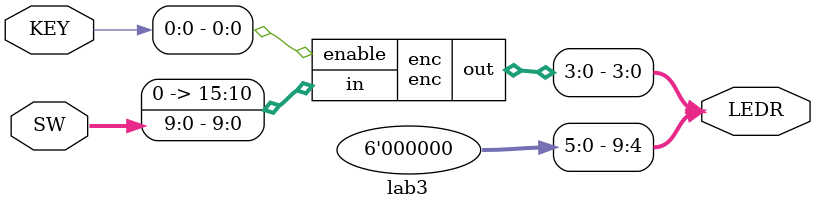
<source format=v>
module b6_4bit_dec_case (
  input [3:0] binary_in,
  output reg [15:0] decoder_out,
  input enable
);

always @ (*)
begin
  decoder_out = 0;
  if (enable) begin
    case (binary_in)
      4'h0 : decoder_out = 16'h1;
      4'h1 : decoder_out = 16'h2;
      4'h2 : decoder_out = 16'h4;
      4'h3 : decoder_out = 16'h8;
      4'h4 : decoder_out = 16'h10;
      4'h5 : decoder_out = 16'h20;
      4'h6 : decoder_out = 16'h40;
      4'h7 : decoder_out = 16'h80;
      4'h8 : decoder_out = 16'h100;
      4'h9 : decoder_out = 16'h200;
      4'hA : decoder_out = 16'h400;
      4'hB : decoder_out = 16'h800;
      4'hC : decoder_out = 16'h1000;
      4'hD : decoder_out = 16'h2000;
      4'hE : decoder_out = 16'h4000;
      4'hF : decoder_out = 16'h8000;
    endcase
  end
end	

endmodule


module b6_custombit_dec (
   binary_in,
   decoder_out,
   enable
);

	parameter IN_SIZE = 4;
	
	parameter OUT_SIZE = 1<<IN_SIZE;
	
	
	input  wire [IN_SIZE-1:0] binary_in;
	output reg [OUT_SIZE-1:0] decoder_out;
	input enable;
	reg [IN_SIZE-1:0] binary_tst;
	
	
	genvar i;

generate

			
		for (i=0; i<OUT_SIZE; i=i+1) begin : gen

		 always @(*) begin
		 
				if(enable && binary_in == i)
				  decoder_out <= 1<<i;
				//else
					//decoder_out <= 'bZ;
			end
		end
		
    
	
endgenerate
endmodule



module enc (in,out,enable);
	parameter OUT_SIZE = 4;
	parameter IN_SIZE = 1<<OUT_SIZE;
	
	input  wire [IN_SIZE-1:0] in;
	output reg [OUT_SIZE-1:0] out;
	input enable;
	
	genvar i;
	generate
		for(i=0;i<IN_SIZE-1;i=i+1) begin :gen_block
			always @(*) begin
				if(enable && in[i]==1'b1 && in[IN_SIZE-1:i+1]=='b0)
					out = i;
				else
					out = 'bZ;
			end
		end
	endgenerate
	
	always @(*) begin
	if(enable && in[IN_SIZE-1])
			out = IN_SIZE-1;
	else
	    	out = 'bZ;
	end
endmodule


module timeQuest_wrapper(clock,SW,LED,enable);
	input clock,enable;
	input [3:0] SW;
	output [9:0] LED;
 
	reg [3:0] SW_reg;
	reg [9:0] LED_reg; // registers for 'catching' time
 
	wire [9:0] LED_wire;
	wire [3:0] SW_wire;
	assign SW_wire = SW_reg;
	
	// creating our test instance
	b6_4bit_dec_case b6_4bit_dec_case (SW_reg,LED_wire,enable);
  
   // clock needed to determine at which step register was filled with data
	always @(posedge clock)
		begin
			SW_reg <= SW; // avoiding race and latch by setting '<=' instead of '='
			LED_reg<=LED_wire;
		end
	assign LED = LED_reg;
endmodule


module lab3
(
    input   [ 1:0]  KEY,
    input   [ 9:0]  SW,
    output  [ 9:0]  LEDR
);

	enc enc  (SW,LEDR,KEY[0]);
	// Please comment the line above and uncomment line below to use timeQUest_wrapper
	//timeQuest_wrapper(KEY[1],SW,LEDR,KEY[0]);
	
endmodule

</source>
